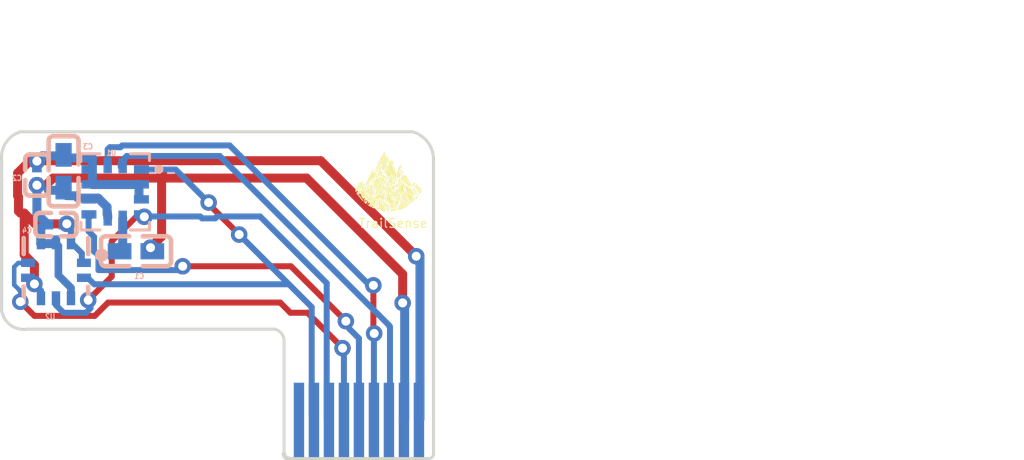
<source format=kicad_pcb>
(kicad_pcb (version 20240108) (generator "pcbnew") (generator_version "8.0")
  (layers (0 "F.Cu" signal "Top Layer") (31 "B.Cu" signal "Bottom Layer") (34 "B.Paste" user "Bottom Paste Mask Layer") (35 "F.Paste" user "Top Paste Mask Layer") (36 "B.SilkS" user "Bottom Silkscreen Layer") (37 "F.SilkS" user "Top Silkscreen Layer") (38 "B.Mask" user "Bottom Solder Mask Layer") (39 "F.Mask" user "Top Solder Mask Layer") (44 "Edge.Cuts" user "Multi-Layer"))
  (net 0 "")
  (net 1 "GND")
  (net 2 "VCC")
  (net 3 "SCL")
  (net 4 "SDA")
  (net 5 "A2_INT3")
  (net 6 "A3_INT2")
  (net 7 "A4_INT1")
  (net 8 "A1_INT1")
  (net 9 "$1N377")
  (footprint "LOGO" (layer "F.Cu") (at 112.845935 59.355501)
    (property "Reference" "G***" (hide yes))
    (property "Value" "LOGO" (hide yes))
  )
  (footprint "ProPrj_sw dual sensors_2024-11-14:C0201" (layer "B.Cu") (at 101.76 61.048 180)
    (property "Reference" "C4" (at 0.7775 -0.3 0) (layer "B.SilkS") (effects (font (size 0.18 0.165) (thickness 0.04125)) (justify left bottom mirror)))
    (property "Value" "100nF" (hide yes))
    (pad "1" smd rect (at -0.2745 0 180) (size 0.3685 0.324) (layers "B.Cu" "B.Paste" "B.Mask") (net 2 "VCC"))
    (pad "2" smd rect (at 0.2745 0 180) (size 0.3685 0.324) (layers "B.Cu" "B.Paste" "B.Mask") (net 1 "GND"))
  )
  (footprint "ProPrj_sw dual sensors_2024-11-14:C0201" (layer "B.Cu") (at 101.125 59.397 -90)
    (property "Reference" "C2" (at 0.2055 0.4755 0) (layer "B.SilkS") (effects (font (size 0.18 0.165) (thickness 0.04125)) (justify left bottom mirror)))
    (property "Value" "100nF" (hide yes))
    (pad "1" smd rect (at -0.2745 0 270) (size 0.3685 0.324) (layers "B.Cu" "B.Paste" "B.Mask") (net 2 "VCC"))
    (pad "2" smd rect (at 0.2745 0 270) (size 0.3685 0.324) (layers "B.Cu" "B.Paste" "B.Mask") (net 1 "GND"))
  )
  (footprint "ProPrj_sw dual sensors_2024-11-14:HLGA-10_L2.0-W2.0-P0.50-TL" (layer "B.Cu") (at 101.76 62.572 180)
    (property "Reference" "U2" (at 0 -1.651 0) (layer "B.SilkS") (effects (font (size 0.18 0.165) (thickness 0.04125)) (justify left bottom mirror)))
    (property "Value" "LPS22DFTR" (hide yes))
    (pad "1" smd rect (at -0.9325 0.25 180) (size 0.465 0.28) (layers "B.Cu" "B.Paste" "B.Mask") (net 2 "VCC"))
    (pad "2" smd rect (at -0.9325 -0.25 180) (size 0.465 0.28) (layers "B.Cu" "B.Paste" "B.Mask") (net 3 "SCL"))
    (pad "3" smd rect (at -0.5 -0.9325 180) (size 0.28 0.465) (layers "B.Cu" "B.Paste" "B.Mask") (net 1 "GND"))
    (pad "4" smd rect (at 0 -0.9325 180) (size 0.28 0.465) (layers "B.Cu" "B.Paste" "B.Mask") (net 4 "SDA"))
    (pad "5" smd rect (at 0.5 -0.9325 180) (size 0.28 0.465) (layers "B.Cu" "B.Paste" "B.Mask") (net 2 "VCC"))
    (pad "6" smd rect (at 0.9325 -0.25 180) (size 0.465 0.28) (layers "B.Cu" "B.Paste" "B.Mask") (net 2 "VCC"))
    (pad "7" smd rect (at 0.9325 0.25 180) (size 0.465 0.28) (layers "B.Cu" "B.Paste" "B.Mask") (net 8 "A1_INT1"))
    (pad "8" smd rect (at 0.5 0.9325 180) (size 0.28 0.465) (layers "B.Cu" "B.Paste" "B.Mask") (net 1 "GND"))
    (pad "9" smd rect (at 0 0.9325 180) (size 0.28 0.465) (layers "B.Cu" "B.Paste" "B.Mask") (net 1 "GND"))
    (pad "10" smd rect (at -0.5 0.9325 180) (size 0.28 0.465) (layers "B.Cu" "B.Paste" "B.Mask") (net 2 "VCC"))
  )
  (footprint "ProPrj_sw dual sensors_2024-11-14:LGA-12_L2.0-W2.0-P0.50-BL" (layer "B.Cu") (at 103.7345 59.958 -90)
    (property "Reference" "U1" (at -1.196 -0.0575 0) (layer "B.SilkS") (effects (font (size 0.18 0.165) (thickness 0.04125)) (justify left bottom mirror)))
    (property "Value" "LSM303AGRTR" (hide yes))
    (pad "1" smd rect (at -0.75 -0.875 270) (size 0.28 0.5) (layers "B.Cu" "B.Paste" "B.Mask") (net 3 "SCL"))
    (pad "2" smd rect (at -0.25 -0.875 270) (size 0.28 0.5) (layers "B.Cu" "B.Paste" "B.Mask") (net 2 "VCC"))
    (pad "3" smd rect (at 0.25 -0.875 270) (size 0.28 0.5) (layers "B.Cu" "B.Paste" "B.Mask") (net 2 "VCC"))
    (pad "4" smd rect (at 0.75 -0.875 270) (size 0.28 0.5) (layers "B.Cu" "B.Paste" "B.Mask") (net 4 "SDA"))
    (pad "5" smd rect (at 0.875 -0.25 270) (size 0.5 0.28) (layers "B.Cu" "B.Paste" "B.Mask") (net 9 "$1N377"))
    (pad "6" smd rect (at 0.875 0.25 270) (size 0.5 0.28) (layers "B.Cu" "B.Paste" "B.Mask") (net 1 "GND"))
    (pad "7" smd rect (at 0.75 0.875 270) (size 0.28 0.5) (layers "B.Cu" "B.Paste" "B.Mask") (net 5 "A2_INT3"))
    (pad "8" smd rect (at 0.25 0.875 270) (size 0.28 0.5) (layers "B.Cu" "B.Paste" "B.Mask") (net 1 "GND"))
    (pad "9" smd rect (at -0.25 0.875 270) (size 0.28 0.5) (layers "B.Cu" "B.Paste" "B.Mask") (net 2 "VCC"))
    (pad "10" smd rect (at -0.75 0.875 270) (size 0.28 0.5) (layers "B.Cu" "B.Paste" "B.Mask") (net 2 "VCC"))
    (pad "11" smd rect (at -0.875 0.25 270) (size 0.5 0.28) (layers "B.Cu" "B.Paste" "B.Mask") (net 6 "A3_INT2"))
    (pad "12" smd rect (at -0.875 -0.25 270) (size 0.5 0.28) (layers "B.Cu" "B.Paste" "B.Mask") (net 7 "A4_INT1"))
  )
  (footprint "ProPrj_sw dual sensors_2024-11-14:C0402" (layer "B.Cu") (at 104.427 61.937)
    (property "Reference" "C1" (at 0.294 0.935 0) (layer "B.SilkS") (effects (font (size 0.18 0.165) (thickness 0.04125)) (justify left bottom mirror)))
    (property "Value" "220nF" (hide yes))
    (pad "1" smd rect (at -0.545 0) (size 0.79 0.54) (layers "B.Cu" "B.Paste" "B.Mask") (net 9 "$1N377"))
    (pad "2" smd rect (at 0.545 0) (size 0.79 0.54) (layers "B.Cu" "B.Paste" "B.Mask") (net 1 "GND"))
  )
  (footprint "ProPrj_sw dual sensors_2024-11-14:C0402" (layer "B.Cu") (at 102.014 59.27 -90)
    (property "Reference" "C3" (at -0.716 -1.0005 0) (layer "B.SilkS") (effects (font (size 0.18 0.165) (thickness 0.04125)) (justify left bottom mirror)))
    (property "Value" "10uF" (hide yes))
    (pad "1" smd rect (at -0.545 0 270) (size 0.79 0.54) (layers "B.Cu" "B.Paste" "B.Mask") (net 2 "VCC"))
    (pad "2" smd rect (at 0.545 0 270) (size 0.79 0.54) (layers "B.Cu" "B.Paste" "B.Mask") (net 1 "GND"))
  )
  (footprint "ProPrj_sw dual sensors_2024-11-14:OSO-SWAB-B1-00 Sensor Watch Accelerometer{colon}FH19C9S05SH10-FFC" (layer "B.Cu") (at 111.86 65.32)
    (property "Reference" "J1" (hide yes))
    (property "Value" "")
    (pad "1" smd rect (at 2 2.25 90) (size 2.5 0.347) (layers "B.Cu" "B.Paste" "B.Mask") (net 2 "VCC"))
    (pad "2" smd rect (at 1.5 2.25 90) (size 2.5 0.347) (layers "B.Cu" "B.Paste" "B.Mask") (net 1 "GND"))
    (pad "3" smd rect (at 1 2.25 90) (size 2.5 0.347) (layers "B.Cu" "B.Paste" "B.Mask") (net 7 "A4_INT1"))
    (pad "4" smd rect (at 0.5 2.25 90) (size 2.5 0.347) (layers "B.Cu" "B.Paste" "B.Mask") (net 6 "A3_INT2"))
    (pad "5" smd rect (at 0 2.25 90) (size 2.5 0.347) (layers "B.Cu" "B.Paste" "B.Mask") (net 5 "A2_INT3"))
    (pad "6" smd rect (at -0.5 2.25 90) (size 2.5 0.347) (layers "B.Cu" "B.Paste" "B.Mask") (net 8 "A1_INT1"))
    (pad "7" smd rect (at -1 2.25 90) (size 2.5 0.347) (layers "B.Cu" "B.Paste" "B.Mask") (net 4 "SDA"))
    (pad "8" smd rect (at -1.5 2.25 90) (size 2.5 0.347) (layers "B.Cu" "B.Paste" "B.Mask") (net 3 "SCL"))
    (pad "9" smd rect (at -2 2.25 90) (size 2.5 0.347) (layers "B.Cu" "B.Paste" "B.Mask"))
  )
  (gr_line (start 114.345 68.6984) (end 114.345 58.843631) (stroke (width 0.1)) (layer "Edge.Cuts"))
  (gr_arc (start 109.055698 64.535) (mid 109.284841 64.686581) (end 109.3645 64.949521) (stroke (width 0.1)) (layer "Edge.Cuts"))
  (gr_line (start 109.5145 68.848) (end 114.1954 68.848) (stroke (width 0.1)) (layer "Edge.Cuts"))
  (gr_line (start 99.95 58.909598) (end 99.95 63.907989) (stroke (width 0.1)) (layer "Edge.Cuts"))
  (gr_line (start 109.3645 64.949521) (end 109.3645 68.698) (stroke (width 0.1)) (layer "Edge.Cuts"))
  (gr_arc (start 99.95 58.909598) (mid 100.090797 58.318508) (end 100.576951 57.954) (stroke (width 0.1)) (layer "Edge.Cuts"))
  (gr_arc (start 114.345 68.6984) (mid 114.301183 68.804183) (end 114.1954 68.848) (stroke (width 0.1)) (layer "Edge.Cuts"))
  (gr_arc (start 100.795989 64.535) (mid 100.243136 64.396705) (end 99.95 63.907989) (stroke (width 0.1)) (layer "Edge.Cuts"))
  (gr_arc (start 113.644999 57.954) (mid 114.14069 58.28418) (end 114.345 58.843631) (stroke (width 0.1)) (layer "Edge.Cuts"))
  (gr_arc (start 109.5145 68.848) (mid 109.408434 68.804066) (end 109.3645 68.698) (stroke (width 0.15)) (layer "Edge.Cuts"))
  (gr_line (start 100.795989 64.535) (end 109.055698 64.535) (stroke (width 0.1)) (layer "Edge.Cuts"))
  (gr_line (start 113.644999 57.954) (end 100.576951 57.954) (stroke (width 0.1)) (layer "Edge.Cuts"))
  (gr_text "TrailSense" (at 111.82 61.18 0) (layer "F.SilkS") (effects (font (size 0.3 0.3) (thickness 0.0375)) (justify left bottom)))
  (segment (start 101.1245 59.7345) (end 101.4255 59.7345) (width 0.3) (layer "F.Cu") (net 1))
  (segment (start 101.4255 59.7345) (end 101.6625 59.4975) (width 0.3) (layer "F.Cu") (net 1))
  (segment (start 105.2815 59.5315) (end 105.316 59.4975) (width 0.3) (layer "F.Cu") (net 1))
  (segment (start 105.2815 61.447) (end 105.2815 59.5315) (width 0.3) (layer "F.Cu") (net 1))
  (segment (start 105.316 59.4975) (end 105.316 59.3705) (width 0.3) (layer "F.Cu") (net 1))
  (segment (start 110.1155 59.4975) (end 105.316 59.4975) (width 0.3) (layer "F.Cu") (net 1))
  (segment (start 105.189 59.4975) (end 105.316 59.4975) (width 0.3) (layer "F.Cu") (net 1))
  (segment (start 105.316 59.3705) (end 105.189 59.4975) (width 0.3) (layer "F.Cu") (net 1))
  (segment (start 104.9115 61.817) (end 105.2815 61.447) (width 0.3) (layer "F.Cu") (net 1))
  (segment (start 101.6625 59.4975) (end 105.189 59.4975) (width 0.3) (layer "F.Cu") (net 1))
  (segment (start 113.317 62.699) (end 110.1155 59.4975) (width 0.3) (layer "F.Cu") (net 1))
  (segment (start 113.317 63.6585) (end 113.317 62.699) (width 0.3) (layer "F.Cu") (net 1))
  (via (at 104.9115 61.817) (size 0.55) (drill 0.3) (layers "F.Cu" "B.Cu") (net 1))
  (via (at 113.3175 63.659) (size 0.55) (drill 0.3) (layers "F.Cu" "B.Cu") (net 1))
  (via (at 101.1245 59.7345) (size 0.55) (drill 0.3) (layers "F.Cu" "B.Cu") (net 1))
  (segment (start 102.26 63.5045) (end 102.26 63.157) (width 0.254) (layer "B.Cu") (net 1))
  (segment (start 101.8405 62.7375) (end 101.8405 61.7635) (width 0.254) (layer "B.Cu") (net 1))
  (segment (start 103.4645 60.463) (end 103.4645 60.698) (width 0.3) (layer "B.Cu") (net 1))
  (segment (start 101.252 61.1725) (end 101.3765 61.048) (width 0.3) (layer "B.Cu") (net 1))
  (segment (start 113.3175 63.659) (end 113.384 63.659) (width 0.3) (layer "B.Cu") (net 1))
  (segment (start 101.3765 61.048) (end 101.4855 61.048) (width 0.3) (layer "B.Cu") (net 1))
  (segment (start 101.8405 61.7635) (end 101.76 61.683) (width 0.254) (layer "B.Cu") (net 1))
  (segment (start 103.167 60.1655) (end 103.4645 60.463) (width 0.3) (layer "B.Cu") (net 1))
  (segment (start 101.1245 60.687) (end 101.4855 61.048) (width 0.3) (layer "B.Cu") (net 1))
  (segment (start 101.1245 59.723) (end 101.1245 59.7345) (width 0.3) (layer "B.Cu") (net 1))
  (segment (start 101.1245 59.7345) (end 101.1245 60.687) (width 0.3) (layer "B.Cu") (net 1))
  (segment (start 101.939 59.905) (end 102.1145 60.081) (width 0.3) (layer "B.Cu") (net 1))
  (segment (start 102.4995 60.1655) (end 103.167 60.1655) (width 0.3) (layer "B.Cu") (net 1))
  (segment (start 103.485 60.7395) (end 103.485 60.833) (width 0.3) (layer "B.Cu") (net 1))
  (segment (start 113.3845 63.659) (end 113.3845 67.502) (width 0.3) (layer "B.Cu") (net 1))
  (segment (start 102.26 63.157) (end 101.8405 62.7375) (width 0.254) (layer "B.Cu") (net 1))
  (segment (start 101.76 61.682) (end 101.252 61.682) (width 0.3) (layer "B.Cu") (net 1))
  (segment (start 101.252 61.682) (end 101.252 61.1725) (width 0.3) (layer "B.Cu") (net 1))
  (segment (start 113.3845 67.502) (end 113.3385 67.548) (width 0.3) (layer "B.Cu") (net 1))
  (segment (start 102.424 60.09) (end 102.4995 60.1655) (width 0.3) (layer "B.Cu") (net 1))
  (segment (start 101.5085 59.905) (end 101.939 59.905) (width 0.3) (layer "B.Cu") (net 1))
  (segment (start 102.1145 60.081) (end 102.424 60.09) (width 0.3) (layer "B.Cu") (net 1))
  (segment (start 101.1395 58.918) (end 101.1245 58.9325) (width 0.3) (layer "F.Cu") (net 2))
  (segment (start 100.7015 62.053) (end 100.7015 60.665) (width 0.3) (layer "F.Cu") (net 2))
  (segment (start 101.042 63.028) (end 101.0415 62.393) (width 0.3) (layer "F.Cu") (net 2))
  (segment (start 100.7015 60.665) (end 101.06 61.0235) (width 0.3) (layer "F.Cu") (net 2))
  (segment (start 100.5745 60.665) (end 100.511 60.6015) (width 0.3) (layer "F.Cu") (net 2))
  (segment (start 100.7015 60.665) (end 100.5745 60.665) (width 0.3) (layer "F.Cu") (net 2))
  (segment (start 110.585 58.918) (end 101.1395 58.918) (width 0.3) (layer "F.Cu") (net 2))
  (segment (start 113.77 62.103) (end 110.585 58.918) (width 0.3) (layer "F.Cu") (net 2))
  (segment (start 101.0415 62.393) (end 100.7015 62.053) (width 0.3) (layer "F.Cu") (net 2))
  (segment (start 100.88 58.9325) (end 101.1245 58.9325) (width 0.3) (layer "F.Cu") (net 2))
  (segment (start 101.06 61.0235) (end 102.1205 61.0235) (width 0.3) (layer "F.Cu") (net 2))
  (segment (start 100.4805 60.087) (end 100.4805 59.3325) (width 0.3) (layer "F.Cu") (net 2))
  (segment (start 100.4805 59.3325) (end 100.88 58.9325) (width 0.3) (layer "F.Cu") (net 2))
  (segment (start 100.511 60.6015) (end 100.511 60.118) (width 0.3) (layer "F.Cu") (net 2))
  (segment (start 100.511 60.118) (end 100.4805 60.087) (width 0.3) (layer "F.Cu") (net 2))
  (via (at 101.0415 63.028) (size 0.55) (drill 0.3) (layers "F.Cu" "B.Cu") (net 2))
  (via (at 113.77 62.103) (size 0.55) (drill 0.3) (layers "F.Cu" "B.Cu") (net 2))
  (via (at 101.1245 58.9325) (size 0.55) (drill 0.3) (layers "F.Cu" "B.Cu") (net 2))
  (via (at 102.1205 61.0235) (size 0.55) (drill 0.3) (layers "F.Cu" "B.Cu") (net 2))
  (segment (start 104.4895 59.713) (end 102.9795 59.713) (width 0.3) (layer "B.Cu") (net 2))
  (segment (start 102.26 61.6395) (end 102.26 61.1625) (width 0.2) (layer "B.Cu") (net 2))
  (segment (start 102.6225 62.002) (end 102.6225 62.214) (width 0.2) (layer "B.Cu") (net 2))
  (segment (start 113.895 67.535) (end 113.895 62.228) (width 0.3) (layer "B.Cu") (net 2))
  (segment (start 104.5275 59.708) (end 104.4945 59.708) (width 0.3) (layer "B.Cu") (net 2))
  (segment (start 102.26 61.1625) (end 102.1205 61.0235) (width 0.2) (layer "B.Cu") (net 2))
  (segment (start 104.5275 60.1855) (end 104.5275 59.708) (width 0.3) (layer "B.Cu") (net 2))
  (segment (start 100.8275 62.822) (end 100.8355 62.822) (width 0.2) (layer "B.Cu") (net 2))
  (segment (start 102.9745 59.708) (end 102.9745 58.827) (width 0.3) (layer "B.Cu") (net 2))
  (segment (start 102.9745 58.827) (end 102.055 58.827) (width 0.3) (layer "B.Cu") (net 2))
  (segment (start 102.26 61.6395) (end 102.6225 62.002) (width 0.2) (layer "B.Cu") (net 2))
  (segment (start 100.8355 62.822) (end 101.0415 63.028) (width 0.2) (layer "B.Cu") (net 2))
  (segment (start 101.26 63.246) (end 101.0415 63.028) (width 0.2) (layer "B.Cu") (net 2))
  (segment (start 102.9795 59.713) (end 102.9745 59.708) (width 0.3) (layer "B.Cu") (net 2))
  (segment (start 102.6925 62.284) (end 102.6925 62.322) (width 0.2) (layer "B.Cu") (net 2))
  (segment (start 101.985 58.757) (end 101.3005 58.757) (width 0.3) (layer "B.Cu") (net 2))
  (segment (start 101.1245 59.083) (end 101.1245 58.9325) (width 0.3) (layer "B.Cu") (net 2))
  (segment (start 113.895 62.228) (end 113.77 62.103) (width 0.3) (layer "B.Cu") (net 2))
  (segment (start 101.3005 58.757) (end 101.1245 58.9325) (width 0.3) (layer "B.Cu") (net 2))
  (segment (start 101.26 63.5045) (end 101.26 63.246) (width 0.2) (layer "B.Cu") (net 2))
  (segment (start 104.4945 59.708) (end 104.4895 59.713) (width 0.3) (layer "B.Cu") (net 2))
  (segment (start 102.055 58.827) (end 101.985 58.757) (width 0.127) (layer "B.Cu") (net 2))
  (segment (start 102.6225 62.214) (end 102.6925 62.284) (width 0.2) (layer "B.Cu") (net 2))
  (segment (start 106.8495 60.363) (end 106.8495 60.313) (width 0.2) (layer "F.Cu") (net 3))
  (segment (start 107.8675 61.381) (end 106.8495 60.363) (width 0.2) (layer "F.Cu") (net 3))
  (via (at 107.8675 61.381) (size 0.55) (drill 0.3) (layers "F.Cu" "B.Cu") (net 3))
  (via (at 106.8495 60.313) (size 0.55) (drill 0.3) (layers "F.Cu" "B.Cu") (net 3))
  (segment (start 110.286 63.7995) (end 110.286 67.416) (width 0.2) (layer "B.Cu") (net 3))
  (segment (start 109.5245 63.038) (end 110.286 63.7995) (width 0.2) (layer "B.Cu") (net 3))
  (segment (start 102.8195 62.822) (end 102.6925 62.822) (width 0.2) (layer "B.Cu") (net 3))
  (segment (start 104.615 59.213) (end 104.61 59.208) (width 0.2) (layer "B.Cu") (net 3))
  (segment (start 103.0355 63.038) (end 102.8195 62.822) (width 0.2) (layer "B.Cu") (net 3))
  (segment (start 106.8495 60.313) (end 105.75 59.213) (width 0.2) (layer "B.Cu") (net 3))
  (segment (start 105.75 59.213) (end 104.615 59.213) (width 0.2) (layer "B.Cu") (net 3))
  (segment (start 109.5245 63.038) (end 103.0355 63.038) (width 0.2) (layer "B.Cu") (net 3))
  (segment (start 107.8675 61.381) (end 109.5245 63.038) (width 0.2) (layer "B.Cu") (net 3))
  (segment (start 103.62 61.601) (end 104.433 60.788) (width 0.2) (layer "F.Cu") (net 4))
  (segment (start 103.62 62.7795) (end 103.62 61.601) (width 0.2) (layer "F.Cu") (net 4))
  (segment (start 102.834 63.5655) (end 103.62 62.7795) (width 0.2) (layer "F.Cu") (net 4))
  (segment (start 104.433 60.788) (end 104.704 60.788) (width 0.2) (layer "F.Cu") (net 4))
  (via (at 102.834 63.5655) (size 0.55) (drill 0.3) (layers "F.Cu" "B.Cu") (net 4))
  (via (at 104.704 60.788) (size 0.55) (drill 0.3) (layers "F.Cu" "B.Cu") (net 4))
  (segment (start 101.76 63.734) (end 101.76 63.5045) (width 0.2) (layer "B.Cu") (net 4))
  (segment (start 106.6315 60.8405) (end 106.568 60.777) (width 0.2) (layer "B.Cu") (net 4))
  (segment (start 110.786 67.496) (end 110.786 62.9985) (width 0.2) (layer "B.Cu") (net 4))
  (segment (start 102.761 63.9895) (end 102.0155 63.9895) (width 0.2) (layer "B.Cu") (net 4))
  (segment (start 102.0155 63.9895) (end 101.76 63.734) (width 0.2) (layer "B.Cu") (net 4))
  (segment (start 108.5645 60.777) (end 107.1315 60.777) (width 0.2) (layer "B.Cu") (net 4))
  (segment (start 107.1315 60.777) (end 107.068 60.8405) (width 0.2) (layer "B.Cu") (net 4))
  (segment (start 106.568 60.777) (end 104.892 60.777) (width 0.2) (layer "B.Cu") (net 4))
  (segment (start 104.892 60.777) (end 104.7155 60.777) (width 0.2) (layer "B.Cu") (net 4))
  (segment (start 104.7155 60.777) (end 104.704 60.788) (width 0.2) (layer "B.Cu") (net 4))
  (segment (start 102.9125 63.6375) (end 102.9125 63.8375) (width 0.2) (layer "B.Cu") (net 4))
  (segment (start 102.834 63.5655) (end 102.9065 63.6375) (width 0.2) (layer "B.Cu") (net 4))
  (segment (start 104.881 60.788) (end 104.704 60.788) (width 0.2) (layer "B.Cu") (net 4))
  (segment (start 102.9125 63.8375) (end 102.761 63.9895) (width 0.2) (layer "B.Cu") (net 4))
  (segment (start 110.786 62.9985) (end 108.5645 60.777) (width 0.2) (layer "B.Cu") (net 4))
  (segment (start 107.068 60.8405) (end 106.6315 60.8405) (width 0.2) (layer "B.Cu") (net 4))
  (segment (start 104.892 60.777) (end 104.881 60.788) (width 0.2) (layer "B.Cu") (net 4))
  (segment (start 102.9065 63.6375) (end 102.9125 63.6375) (width 0.2) (layer "B.Cu") (net 4))
  (segment (start 105.9845 62.438) (end 109.5945 62.438) (width 0.2) (layer "F.Cu") (net 5))
  (segment (start 109.5945 62.438) (end 111.4245 64.268) (width 0.2) (layer "F.Cu") (net 5))
  (via (at 105.9845 62.438) (size 0.55) (drill 0.3) (layers "F.Cu" "B.Cu") (net 5))
  (via (at 111.4245 64.268) (size 0.55) (drill 0.3) (layers "F.Cu" "B.Cu") (net 5))
  (segment (start 111.4245 64.268) (end 111.4245 64.395) (width 0.2) (layer "B.Cu") (net 5))
  (segment (start 111.86 64.842) (end 111.86 67.57) (width 0.2) (layer "B.Cu") (net 5))
  (segment (start 111.4245 64.395) (end 111.539 64.509) (width 0.2) (layer "B.Cu") (net 5))
  (segment (start 105.9845 62.438) (end 105.8575 62.565) (width 0.2) (layer "B.Cu") (net 5))
  (segment (start 102.8475 60.835) (end 102.9745 60.708) (width 0.2) (layer "B.Cu") (net 5))
  (segment (start 103.03 61.9525) (end 103.03 61.4555) (width 0.2) (layer "B.Cu") (net 5))
  (segment (start 103.1775 62.565) (end 103.1775 62.182) (width 0.2) (layer "B.Cu") (net 5))
  (segment (start 102.8475 61.2735) (end 102.8475 60.835) (width 0.2) (layer "B.Cu") (net 5))
  (segment (start 105.8575 62.565) (end 103.1775 62.565) (width 0.2) (layer "B.Cu") (net 5))
  (segment (start 111.539 64.5205) (end 111.86 64.842) (width 0.2) (layer "B.Cu") (net 5))
  (segment (start 111.539 64.509) (end 111.539 64.5205) (width 0.2) (layer "B.Cu") (net 5))
  (segment (start 103.03 61.4555) (end 102.8475 61.2735) (width 0.2) (layer "B.Cu") (net 5))
  (arc (start 103.1775 62.182) (mid 103.137463 62.045561) (end 103.03 61.9525) (width 0.2) (layer "B.Cu") (net 5))
  (segment (start 112.3415 64.6505) (end 112.3415 63.074) (width 0.2) (layer "F.Cu") (net 6))
  (segment (start 112.3685 64.6775) (end 112.3415 64.6505) (width 0.2) (layer "F.Cu") (net 6))
  (via (at 112.3415 63.074) (size 0.55) (drill 0.3) (layers "F.Cu" "B.Cu") (net 6))
  (via (at 112.3685 64.6775) (size 0.55) (drill 0.3) (layers "F.Cu" "B.Cu") (net 6))
  (segment (start 112.3685 64.6775) (end 112.36 64.6855) (width 0.2) (layer "B.Cu") (net 6))
  (segment (start 103.4845 58.538) (end 103.4845 59.198) (width 0.2) (layer "B.Cu") (net 6))
  (segment (start 107.55 58.4095) (end 103.971 58.4095) (width 0.2) (layer "B.Cu") (net 6))
  (segment (start 103.9125 58.468) (end 103.5545 58.468) (width 0.2) (layer "B.Cu") (net 6))
  (segment (start 112.36 64.6855) (end 112.36 67.57) (width 0.2) (layer "B.Cu") (net 6))
  (segment (start 103.971 58.4095) (end 103.9125 58.468) (width 0.2) (layer "B.Cu") (net 6))
  (segment (start 103.5545 58.468) (end 103.4845 58.538) (width 0.2) (layer "B.Cu") (net 6))
  (segment (start 112.3415 63.074) (end 112.2145 63.074) (width 0.2) (layer "B.Cu") (net 6))
  (segment (start 112.2145 63.074) (end 107.55 58.4095) (width 0.2) (layer "B.Cu") (net 6))
  (segment (start 104.044 58.835) (end 104.044 58.885) (width 0.2) (layer "B.Cu") (net 7))
  (segment (start 104.1165 58.762) (end 104.044 58.835) (width 0.2) (layer "B.Cu") (net 7))
  (segment (start 112.8955 67.4065) (end 112.8955 64.459) (width 0.2) (layer "B.Cu") (net 7))
  (segment (start 104.044 58.885) (end 103.921 59.0075) (width 0.2) (layer "B.Cu") (net 7))
  (segment (start 107.221 58.762) (end 104.1165 58.762) (width 0.2) (layer "B.Cu") (net 7))
  (segment (start 112.8725 64.4355) (end 112.8725 64.4135) (width 0.2) (layer "B.Cu") (net 7))
  (segment (start 112.86 67.569) (end 112.86 67.442) (width 0.2) (layer "B.Cu") (net 7))
  (segment (start 112.8725 64.4135) (end 107.221 58.762) (width 0.2) (layer "B.Cu") (net 7))
  (segment (start 112.8955 64.459) (end 112.8725 64.4355) (width 0.2) (layer "B.Cu") (net 7))
  (segment (start 103.921 59.0075) (end 103.921 59.1345) (width 0.2) (layer "B.Cu") (net 7))
  (segment (start 112.86 67.442) (end 112.8955 67.4065) (width 0.2) (layer "B.Cu") (net 7))
  (segment (start 109.235 63.648) (end 103.497 63.648) (width 0.2) (layer "F.Cu") (net 8))
  (segment (start 103.497 63.648) (end 103.0525 64.0925) (width 0.2) (layer "F.Cu") (net 8))
  (segment (start 103.0525 64.0925) (end 101.043 64.0925) (width 0.2) (layer "F.Cu") (net 8))
  (segment (start 109.5745 63.988) (end 109.235 63.648) (width 0.2) (layer "F.Cu") (net 8))
  (segment (start 109.5745 63.988) (end 110.1445 63.988) (width 0.2) (layer "F.Cu") (net 8))
  (segment (start 110.1445 63.988) (end 111.3135 65.1565) (width 0.2) (layer "F.Cu") (net 8))
  (segment (start 111.3135 65.1565) (end 111.3135 65.168) (width 0.2) (layer "F.Cu") (net 8))
  (segment (start 101.043 64.0925) (end 100.571 63.6205) (width 0.2) (layer "F.Cu") (net 8))
  (via (at 100.571 63.6205) (size 0.55) (drill 0.3) (layers "F.Cu" "B.Cu") (net 8))
  (via (at 111.3135 65.168) (size 0.55) (drill 0.3) (layers "F.Cu" "B.Cu") (net 8))
  (segment (start 100.5395 63.228) (end 100.5395 63.236) (width 0.15) (layer "B.Cu") (net 8))
  (segment (start 100.5395 63.236) (end 100.571 63.2675) (width 0.15) (layer "B.Cu") (net 8))
  (segment (start 100.3675 63.056) (end 100.5395 63.228) (width 0.15) (layer "B.Cu") (net 8))
  (segment (start 100.571 63.2675) (end 100.571 63.6205) (width 0.15) (layer "B.Cu") (net 8))
  (segment (start 100.695 62.3275) (end 100.501 62.3275) (width 0.15) (layer "B.Cu") (net 8))
  (segment (start 100.7005 62.322) (end 100.695 62.3275) (width 0.15) (layer "B.Cu") (net 8))
  (segment (start 100.501 62.3275) (end 100.3675 62.4605) (width 0.15) (layer "B.Cu") (net 8))
  (segment (start 111.3135 65.168) (end 111.36 65.2145) (width 0.2) (layer "B.Cu") (net 8))
  (segment (start 111.36 65.2145) (end 111.36 67.57) (width 0.2) (layer "B.Cu") (net 8))
  (segment (start 100.3675 62.4605) (end 100.3675 63.056) (width 0.15) (layer "B.Cu") (net 8))
  (segment (start 100.8275 62.322) (end 100.7005 62.322) (width 0.15) (layer "B.Cu") (net 8))
  (segment (start 103.9845 61.7075) (end 103.882 61.81) (width 0.3) (layer "B.Cu") (net 9))
  (segment (start 103.9845 60.833) (end 103.9845 61.7075) (width 0.3) (layer "B.Cu") (net 9))
)
</source>
